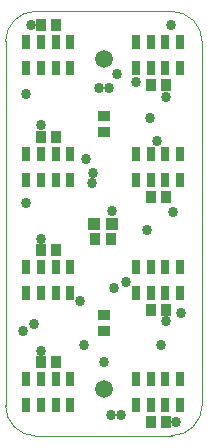
<source format=gts>
G04 Layer_Color=8388736*
%FSLAX24Y24*%
%MOIN*%
G70*
G01*
G75*
%ADD15C,0.0040*%
%ADD16C,0.0590*%
%ADD24R,0.0395X0.0395*%
%ADD25R,0.0297X0.0493*%
%ADD26R,0.0434X0.0356*%
%ADD27R,0.0356X0.0434*%
%ADD28C,0.0340*%
D15*
X288Y13845D02*
G03*
X0Y13150I695J-695D01*
G01*
X1012Y14150D02*
G03*
X296Y13854I0J-1012D01*
G01*
X6262Y13845D02*
G03*
X5527Y14150I-735J-735D01*
G01*
X6550Y13150D02*
G03*
X6262Y13845I-984J0D01*
G01*
X6254Y296D02*
G03*
X6550Y1012I-715J715D01*
G01*
X5538Y0D02*
G03*
X6254Y296I0J1012D01*
G01*
X301Y285D02*
G03*
X990Y0I689J689D01*
G01*
X0Y1001D02*
G03*
X293Y293I1001J0D01*
G01*
X0Y2060D02*
Y13150D01*
X288Y13845D02*
X296Y13854D01*
X1012Y14150D02*
X5527D01*
X6550Y1012D02*
Y13150D01*
X990Y0D02*
X5538D01*
X293Y293D02*
X301Y285D01*
X0Y1001D02*
Y2060D01*
D16*
X3270Y1570D02*
D03*
X3280Y12570D02*
D03*
D24*
X2955Y7060D02*
D03*
X3545D02*
D03*
D25*
X4832Y1883D02*
D03*
X5324D02*
D03*
X5816D02*
D03*
X4339D02*
D03*
X4832Y1017D02*
D03*
X4339D02*
D03*
X5324D02*
D03*
X5816D02*
D03*
X4832Y5633D02*
D03*
X5324D02*
D03*
X5816D02*
D03*
X4339D02*
D03*
X4832Y4767D02*
D03*
X4339D02*
D03*
X5324D02*
D03*
X5816D02*
D03*
X4832Y9383D02*
D03*
X5324D02*
D03*
X5816D02*
D03*
X4339D02*
D03*
X4832Y8517D02*
D03*
X4339D02*
D03*
X5324D02*
D03*
X5816D02*
D03*
X4832Y13133D02*
D03*
X5324D02*
D03*
X5816D02*
D03*
X4339D02*
D03*
X4832Y12267D02*
D03*
X4339D02*
D03*
X5324D02*
D03*
X5816D02*
D03*
X1669Y1017D02*
D03*
X1176D02*
D03*
X684D02*
D03*
X2161D02*
D03*
X1669Y1883D02*
D03*
X2161D02*
D03*
X1176D02*
D03*
X684D02*
D03*
X1669Y4767D02*
D03*
X1176D02*
D03*
X684D02*
D03*
X2161D02*
D03*
X1669Y5633D02*
D03*
X2161D02*
D03*
X1176D02*
D03*
X684D02*
D03*
X1669Y8517D02*
D03*
X1176D02*
D03*
X684D02*
D03*
X2161D02*
D03*
X1669Y9383D02*
D03*
X2161D02*
D03*
X1176D02*
D03*
X684D02*
D03*
X1669Y12267D02*
D03*
X1176D02*
D03*
X684D02*
D03*
X2161D02*
D03*
X1669Y13133D02*
D03*
X2161D02*
D03*
X1176D02*
D03*
X684D02*
D03*
D26*
X3270Y10646D02*
D03*
Y10134D02*
D03*
Y3504D02*
D03*
Y4016D02*
D03*
D27*
X5346Y453D02*
D03*
X4834D02*
D03*
X5346Y7951D02*
D03*
X4834D02*
D03*
X5346Y11700D02*
D03*
X4834D02*
D03*
X1174Y9947D02*
D03*
X1686D02*
D03*
X1174Y13697D02*
D03*
X1686D02*
D03*
X2994Y6545D02*
D03*
X3506D02*
D03*
X1174Y2447D02*
D03*
X1686D02*
D03*
X1174Y6197D02*
D03*
X1686D02*
D03*
X5346Y4202D02*
D03*
X4834D02*
D03*
D28*
X4810Y10600D02*
D03*
X5040Y9810D02*
D03*
X5570Y7450D02*
D03*
X1190Y2820D02*
D03*
X950Y3710D02*
D03*
X590Y3479D02*
D03*
X5680Y450D02*
D03*
X3270Y2450D02*
D03*
X2610Y3010D02*
D03*
X3860Y680D02*
D03*
X3510Y700D02*
D03*
X4009Y5120D02*
D03*
X3630Y4924D02*
D03*
X3550Y7500D02*
D03*
X2690Y9210D02*
D03*
X2900Y8750D02*
D03*
X2880Y8410D02*
D03*
X2480Y4490D02*
D03*
X3120Y11600D02*
D03*
X3460D02*
D03*
X3700Y12060D02*
D03*
X5346Y11286D02*
D03*
X4350Y11780D02*
D03*
X5180Y3040D02*
D03*
X5850Y4080D02*
D03*
X5520Y13690D02*
D03*
X853Y13697D02*
D03*
X1180Y10360D02*
D03*
X1170Y6570D02*
D03*
X5360Y3830D02*
D03*
X4710Y6870D02*
D03*
X680Y11380D02*
D03*
X684Y7754D02*
D03*
M02*

</source>
